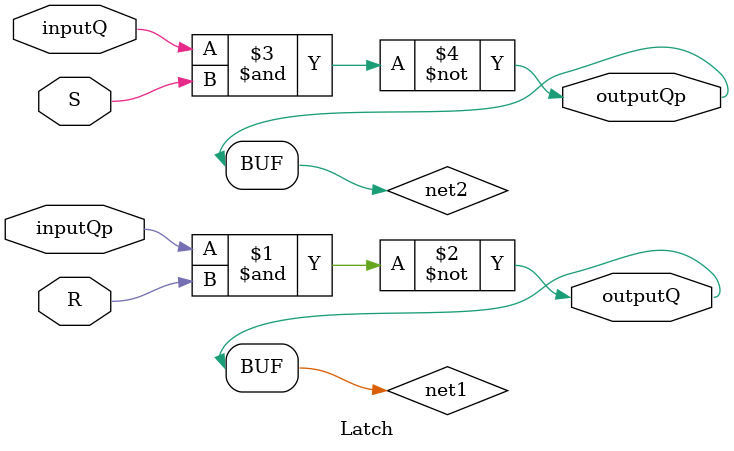
<source format=v>
module Latch(	
		input S,
		input R,
		input inputQ,
		input inputQp,
		output outputQ,
		output outputQp
	);
	
	wire net1, net2;
	
	nand(net1, inputQp, R);
	nand(net2, inputQ, S);
	
	assign outputQ = net1;
	assign outputQp = net2;
	

endmodule	
</source>
